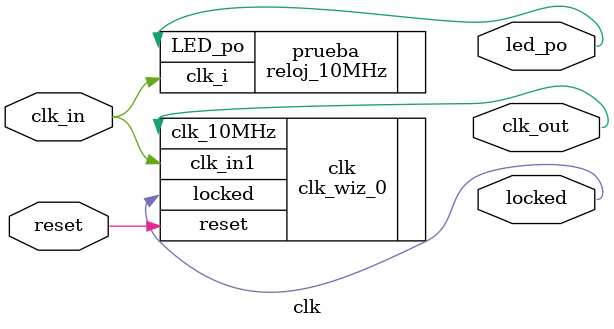
<source format=sv>
`timescale 1ns / 1ps

module clk(
input logic clk_in,
input logic reset,
output logic clk_out,
output logic locked,
output logic led_po

    );
    
clk_wiz_0 clk(
    // Clock out ports
    .clk_10MHz(clk_out),     // output clk_10MHz
    // Status and control signals
    .reset(reset), // input reset
    .locked(locked),       // output locked
   // Clock in ports
    .clk_in1(clk_in));      // input clk_in1

reloj_10MHz prueba(
    .clk_i(clk_in),
    .LED_po(led_po));

endmodule
</source>
